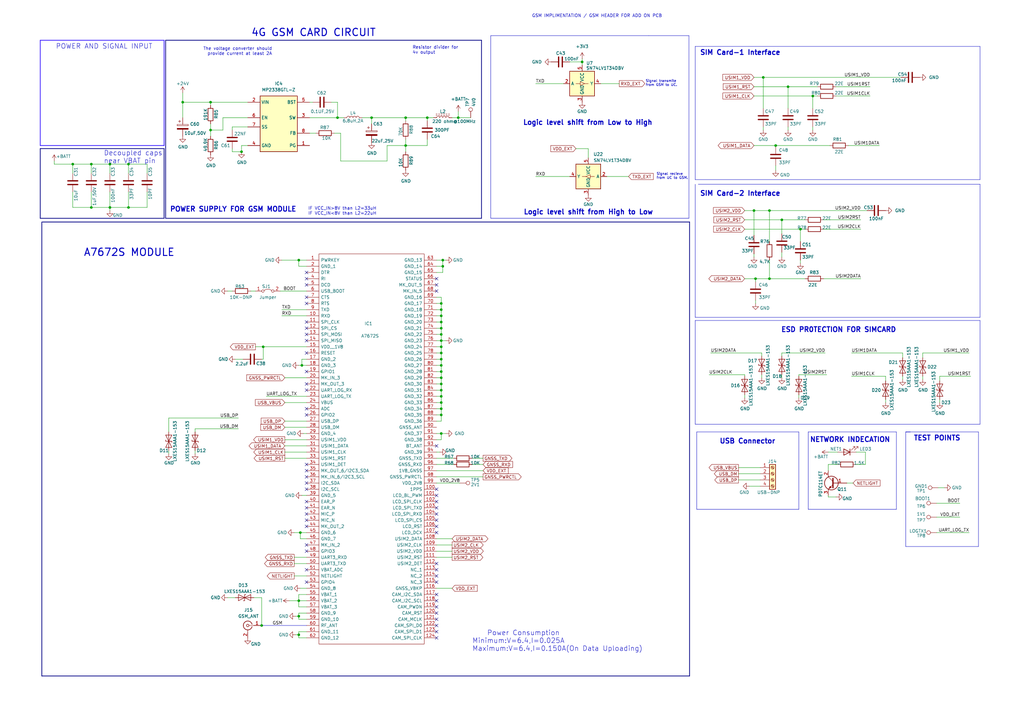
<source format=kicad_sch>
(kicad_sch (version 20231120) (generator "eeschema") (generator_version "8.0")
  (paper "A3")
  (junction (at 180.975 149.86))
  (junction (at 180.975 167.64))
  (junction (at 37.465 85.09))
  (junction (at 86.36 41.91))
  (junction (at 320.675 90.17))
  (junction (at 180.975 165.1))
  (junction (at 122.555 106.68))
  (junction (at 180.975 134.62))
  (junction (at 328.295 93.98))
  (junction (at 181.61 109.22))
  (junction (at 180.975 142.24))
  (junction (at 52.705 67.31))
  (junction (at 45.085 67.31))
  (junction (at 74.93 41.91))
  (junction (at 180.975 129.54))
  (junction (at 463.55 64.77))
  (junction (at 315.595 86.36))
  (junction (at 166.37 59.69))
  (junction (at 180.975 127))
  (junction (at 463.55 62.23))
  (junction (at 333.375 39.37))
  (junction (at 181.61 106.68))
  (junction (at 180.975 144.78))
  (junction (at 180.975 139.7))
  (junction (at 180.975 124.46))
  (junction (at 107.95 142.24))
  (junction (at 313.055 31.75))
  (junction (at 86.36 53.34))
  (junction (at 122.555 252.73))
  (junction (at 99.06 62.23))
  (junction (at 463.55 59.69))
  (junction (at 152.4 48.26))
  (junction (at 122.555 260.35))
  (junction (at 138.43 48.26))
  (junction (at 180.975 137.16))
  (junction (at 37.465 67.31))
  (junction (at 180.975 147.32))
  (junction (at 180.975 160.02))
  (junction (at 318.135 59.69))
  (junction (at 309.88 114.3))
  (junction (at 323.215 35.56))
  (junction (at 180.975 170.18))
  (junction (at 315.595 114.3))
  (junction (at 180.975 154.94))
  (junction (at 180.975 132.08))
  (junction (at 45.085 85.09))
  (junction (at 180.975 157.48))
  (junction (at 123.825 149.86))
  (junction (at 180.975 177.8))
  (junction (at 123.19 218.44))
  (junction (at 166.37 48.26))
  (junction (at 180.975 152.4))
  (junction (at 187.96 48.26))
  (junction (at 122.555 246.38))
  (junction (at 180.975 162.56))
  (junction (at 175.26 48.26))
  (junction (at 238.76 25.4))
  (junction (at 309.245 86.36))
  (junction (at 29.845 67.31))
  (junction (at 52.705 85.09))
  (junction (at 107.315 256.54))
  (no_connect (at 179.07 261.62))
  (no_connect (at 125.73 208.28))
  (no_connect (at 440.69 50.8))
  (no_connect (at 125.73 134.62))
  (no_connect (at 125.73 167.64))
  (no_connect (at 125.73 157.48))
  (no_connect (at 125.73 116.84))
  (no_connect (at 125.73 210.82))
  (no_connect (at 179.07 182.88))
  (no_connect (at 125.73 223.52))
  (no_connect (at 125.73 132.08))
  (no_connect (at 179.07 200.66))
  (no_connect (at 125.73 139.7))
  (no_connect (at 125.73 205.74))
  (no_connect (at 125.73 170.18))
  (no_connect (at 179.07 246.38))
  (no_connect (at 179.07 256.54))
  (no_connect (at 125.73 193.04))
  (no_connect (at 125.73 111.76))
  (no_connect (at 179.07 215.9))
  (no_connect (at 125.73 144.78))
  (no_connect (at 179.07 254))
  (no_connect (at 179.07 259.08))
  (no_connect (at 125.73 121.92))
  (no_connect (at 125.73 152.4))
  (no_connect (at 179.07 208.28))
  (no_connect (at 179.07 243.84))
  (no_connect (at 125.73 124.46))
  (no_connect (at 125.73 226.06))
  (no_connect (at 125.73 233.68))
  (no_connect (at 125.73 200.66))
  (no_connect (at 179.07 203.2))
  (no_connect (at 125.73 195.58))
  (no_connect (at 179.07 213.36))
  (no_connect (at 125.73 213.36))
  (no_connect (at 125.73 190.5))
  (no_connect (at 179.07 114.3))
  (no_connect (at 179.07 218.44))
  (no_connect (at 125.73 114.3))
  (no_connect (at 179.07 233.68))
  (no_connect (at 125.73 137.16))
  (no_connect (at 179.07 116.84))
  (no_connect (at 179.07 236.22))
  (no_connect (at 179.07 248.92))
  (no_connect (at 179.07 205.74))
  (no_connect (at 179.07 231.14))
  (no_connect (at 461.01 30.48))
  (no_connect (at 440.69 53.34))
  (no_connect (at 440.69 35.56))
  (no_connect (at 179.07 119.38))
  (no_connect (at 125.73 238.76))
  (no_connect (at 125.73 160.02))
  (no_connect (at 179.07 210.82))
  (no_connect (at 125.73 215.9))
  (no_connect (at 179.07 251.46))
  (no_connect (at 179.07 238.76))
  (no_connect (at 440.69 33.02))
  (no_connect (at 125.73 198.12))
  (no_connect (at 461.01 45.72))
  (wire (pts (xy 337.82 114.3) (xy 353.06 114.3)))
  (wire (pts (xy 309.88 115.57) (xy 309.88 114.3)))
  (wire (pts (xy 291.465 144.78) (xy 312.42 144.78)))
  (polyline (pts (xy 401.955 19.05) (xy 401.955 73.66)))
  (polyline (pts (xy 285.115 75.565) (xy 285.115 130.175)))
  (wire (pts (xy 463.55 57.15) (xy 463.55 59.69)))
  (polyline (pts (xy 371.475 177.165) (xy 373.38 177.165)))
  (wire (pts (xy 180.975 157.48) (xy 180.975 160.02)))
  (bus (pts (xy 16.51 60.96) (xy 16.51 89.535)))
  (wire (pts (xy 347.345 198.12) (xy 349.885 198.12)))
  (wire (pts (xy 302.895 191.77) (xy 311.785 191.77)))
  (wire (pts (xy 127 41.91) (xy 128.27 41.91)))
  (wire (pts (xy 127 54.61) (xy 129.54 54.61)))
  (wire (pts (xy 328.295 106.68) (xy 328.295 107.95)))
  (wire (pts (xy 122.555 246.38) (xy 122.555 248.92)))
  (polyline (pts (xy 282.575 14.605) (xy 282.575 89.535)))
  (wire (pts (xy 461.01 57.15) (xy 463.55 57.15)))
  (wire (pts (xy 179.07 160.02) (xy 180.975 160.02)))
  (wire (pts (xy 315.595 86.36) (xy 355.6 86.36)))
  (wire (pts (xy 318.135 59.69) (xy 340.36 59.69)))
  (polyline (pts (xy 371.475 224.155) (xy 371.475 177.165)))
  (wire (pts (xy 238.76 25.4) (xy 238.76 26.67)))
  (wire (pts (xy 320.675 153.67) (xy 320.675 154.94)))
  (wire (pts (xy 179.07 180.34) (xy 180.975 180.34)))
  (wire (pts (xy 179.07 170.18) (xy 180.975 170.18)))
  (wire (pts (xy 370.205 154.305) (xy 370.205 155.575)))
  (wire (pts (xy 320.675 90.17) (xy 320.675 95.885)))
  (wire (pts (xy 179.07 124.46) (xy 180.975 124.46)))
  (wire (pts (xy 384.175 218.44) (xy 397.51 218.44)))
  (wire (pts (xy 461.01 64.77) (xy 463.55 64.77)))
  (wire (pts (xy 180.975 167.64) (xy 180.975 170.18)))
  (wire (pts (xy 123.825 147.32) (xy 123.825 149.86)))
  (wire (pts (xy 116.84 165.1) (xy 125.73 165.1)))
  (wire (pts (xy 93.345 119.38) (xy 95.25 119.38)))
  (wire (pts (xy 175.26 57.15) (xy 175.26 59.69)))
  (wire (pts (xy 152.4 48.26) (xy 148.59 48.26)))
  (wire (pts (xy 179.07 165.1) (xy 180.975 165.1)))
  (wire (pts (xy 422.91 48.26) (xy 440.69 48.26)))
  (wire (pts (xy 80.01 175.895) (xy 97.79 175.895)))
  (wire (pts (xy 37.465 78.74) (xy 37.465 85.09)))
  (polyline (pts (xy 67.31 16.51) (xy 67.31 59.69)) (stroke (width 0.3) (type solid) (color 52 21 255 1)))
  (wire (pts (xy 122.555 254) (xy 125.73 254)))
  (wire (pts (xy 22.225 67.31) (xy 29.845 67.31)))
  (wire (pts (xy 122.555 109.22) (xy 122.555 106.68)))
  (polyline (pts (xy 367.665 177.165) (xy 367.665 208.915)))
  (wire (pts (xy 370.205 146.685) (xy 370.205 144.78)))
  (wire (pts (xy 74.93 38.1) (xy 74.93 41.91)))
  (wire (pts (xy 104.14 245.11) (xy 107.315 245.11)))
  (wire (pts (xy 309.245 35.56) (xy 323.215 35.56)))
  (wire (pts (xy 95.25 62.23) (xy 95.25 60.96)))
  (wire (pts (xy 181.61 111.76) (xy 181.61 109.22)))
  (wire (pts (xy 179.07 190.5) (xy 186.055 190.5)))
  (wire (pts (xy 124.46 177.8) (xy 125.73 177.8)))
  (wire (pts (xy 180.975 170.18) (xy 180.975 172.72)))
  (wire (pts (xy 158.75 66.04) (xy 158.75 59.69)))
  (wire (pts (xy 422.91 30.48) (xy 440.69 30.48)))
  (wire (pts (xy 107.315 147.32) (xy 107.95 147.32)))
  (wire (pts (xy 339.725 203.835) (xy 339.725 203.2)))
  (wire (pts (xy 179.07 129.54) (xy 180.975 129.54)))
  (wire (pts (xy 342.9 203.835) (xy 339.725 203.835)))
  (wire (pts (xy 123.19 220.98) (xy 123.19 218.44)))
  (wire (pts (xy 339.725 185.42) (xy 343.535 185.42)))
  (wire (pts (xy 180.975 139.7) (xy 180.975 142.24)))
  (wire (pts (xy 179.07 109.22) (xy 181.61 109.22)))
  (wire (pts (xy 122.555 246.38) (xy 125.73 246.38)))
  (wire (pts (xy 187.96 45.72) (xy 187.96 48.26)))
  (wire (pts (xy 121.285 260.35) (xy 122.555 260.35)))
  (wire (pts (xy 385.445 154.305) (xy 385.445 156.21)))
  (wire (pts (xy 309.245 59.69) (xy 318.135 59.69)))
  (wire (pts (xy 347.98 59.69) (xy 360.68 59.69)))
  (wire (pts (xy 313.055 31.75) (xy 313.055 44.45)))
  (wire (pts (xy 463.55 59.69) (xy 463.55 62.23)))
  (wire (pts (xy 422.91 40.64) (xy 440.69 40.64)))
  (wire (pts (xy 122.555 259.08) (xy 122.555 260.35)))
  (polyline (pts (xy 285.75 177.165) (xy 327.66 177.165)))
  (wire (pts (xy 320.675 103.505) (xy 320.675 105.41)))
  (wire (pts (xy 363.22 163.83) (xy 363.22 165.1)))
  (wire (pts (xy 309.245 86.36) (xy 315.595 86.36)))
  (polyline (pts (xy 67.31 59.69) (xy 16.51 59.69)) (stroke (width 0.3) (type solid) (color 52 21 255 1)))
  (wire (pts (xy 37.465 67.31) (xy 45.085 67.31)))
  (wire (pts (xy 107.315 245.11) (xy 107.315 256.54)))
  (polyline (pts (xy 371.475 177.165) (xy 401.32 177.165)))
  (polyline (pts (xy 285.115 19.05) (xy 285.115 73.66)))
  (wire (pts (xy 139.7 66.04) (xy 158.75 66.04)))
  (polyline (pts (xy 331.47 177.165) (xy 331.47 208.915)))
  (wire (pts (xy 179.07 167.64) (xy 180.975 167.64)))
  (wire (pts (xy 120.65 228.6) (xy 125.73 228.6)))
  (wire (pts (xy 181.61 109.22) (xy 181.61 106.68)))
  (polyline (pts (xy 201.295 14.605) (xy 266.065 14.605)))
  (wire (pts (xy 107.95 142.24) (xy 107.95 147.32)))
  (wire (pts (xy 80.01 184.785) (xy 80.01 186.055)))
  (wire (pts (xy 86.36 41.91) (xy 101.6 41.91)))
  (wire (pts (xy 102.87 119.38) (xy 104.775 119.38)))
  (wire (pts (xy 80.01 175.895) (xy 80.01 177.165)))
  (wire (pts (xy 422.91 55.88) (xy 440.69 55.88)))
  (wire (pts (xy 137.16 54.61) (xy 139.7 54.61)))
  (bus (pts (xy 282.829 91.059) (xy 282.829 277.241)))
  (wire (pts (xy 349.25 144.78) (xy 370.205 144.78)))
  (wire (pts (xy 179.07 154.94) (xy 180.975 154.94)))
  (wire (pts (xy 327.66 161.925) (xy 327.66 163.195)))
  (polyline (pts (xy 285.115 131.445) (xy 285.115 173.99)))
  (polyline (pts (xy 327.66 208.915) (xy 285.75 208.915)))
  (polyline (pts (xy 367.665 177.165) (xy 331.47 177.165)))
  (wire (pts (xy 335.28 35.56) (xy 323.215 35.56)))
  (wire (pts (xy 96.52 147.32) (xy 99.695 147.32)))
  (wire (pts (xy 116.84 154.94) (xy 125.73 154.94)))
  (wire (pts (xy 96.52 245.11) (xy 93.345 245.11)))
  (polyline (pts (xy 401.955 73.66) (xy 285.115 73.66)))
  (wire (pts (xy 333.375 39.37) (xy 335.28 39.37)))
  (wire (pts (xy 342.9 35.56) (xy 356.87 35.56)))
  (wire (pts (xy 233.68 25.4) (xy 238.76 25.4)))
  (wire (pts (xy 180.975 144.78) (xy 180.975 147.32)))
  (wire (pts (xy 91.44 48.26) (xy 91.44 53.34)))
  (wire (pts (xy 122.555 248.92) (xy 125.73 248.92)))
  (wire (pts (xy 238.76 24.13) (xy 238.76 25.4)))
  (wire (pts (xy 343.535 190.5) (xy 339.725 190.5)))
  (wire (pts (xy 248.92 72.39) (xy 257.81 72.39)))
  (wire (pts (xy 116.84 182.88) (xy 125.73 182.88)))
  (wire (pts (xy 309.88 123.19) (xy 309.88 124.46)))
  (wire (pts (xy 122.555 260.35) (xy 122.555 261.62)))
  (wire (pts (xy 193.675 190.5) (xy 198.12 190.5)))
  (wire (pts (xy 181.61 106.68) (xy 182.88 106.68)))
  (wire (pts (xy 60.325 71.12) (xy 60.325 67.31)))
  (wire (pts (xy 302.895 196.85) (xy 311.785 196.85)))
  (bus (pts (xy 197.485 89.535) (xy 67.945 89.535)))
  (wire (pts (xy 180.975 139.7) (xy 182.88 139.7)))
  (wire (pts (xy 354.965 185.42) (xy 354.965 190.5)))
  (wire (pts (xy 179.07 223.52) (xy 185.42 223.52)))
  (wire (pts (xy 349.25 154.305) (xy 363.22 154.305)))
  (wire (pts (xy 422.91 58.42) (xy 440.69 58.42)))
  (wire (pts (xy 123.19 241.3) (xy 125.73 241.3)))
  (bus (pts (xy 67.945 16.51) (xy 67.945 89.535)))
  (wire (pts (xy 125.73 220.98) (xy 123.19 220.98)))
  (wire (pts (xy 378.46 154.305) (xy 378.46 155.575)))
  (wire (pts (xy 193.675 187.96) (xy 198.12 187.96)))
  (wire (pts (xy 45.085 85.09) (xy 45.085 86.36)))
  (polyline (pts (xy 286.385 75.565) (xy 401.955 75.565)))
  (polyline (pts (xy 401.955 75.565) (xy 401.955 130.175)))
  (wire (pts (xy 116.84 185.42) (xy 125.73 185.42)))
  (wire (pts (xy 384.81 200.025) (xy 387.35 200.025)))
  (wire (pts (xy 179.07 185.42) (xy 180.34 185.42)))
  (bus (pts (xy 17.145 91.059) (xy 17.145 277.241)))
  (wire (pts (xy 333.375 52.07) (xy 333.375 53.34)))
  (wire (pts (xy 290.83 153.67) (xy 305.435 153.67)))
  (polyline (pts (xy 367.665 208.915) (xy 331.47 208.915)))
  (bus (pts (xy 16.51 60.96) (xy 67.31 60.96)))
  (wire (pts (xy 125.73 243.84) (xy 122.555 243.84)))
  (wire (pts (xy 69.215 184.785) (xy 69.215 186.055)))
  (wire (pts (xy 313.055 31.75) (xy 369.57 31.75)))
  (wire (pts (xy 138.43 48.26) (xy 140.97 48.26)))
  (wire (pts (xy 175.26 49.53) (xy 175.26 48.26)))
  (wire (pts (xy 125.73 109.22) (xy 122.555 109.22)))
  (wire (pts (xy 180.975 132.08) (xy 180.975 134.62)))
  (wire (pts (xy 422.91 38.1) (xy 440.69 38.1)))
  (wire (pts (xy 333.375 39.37) (xy 333.375 44.45)))
  (wire (pts (xy 463.55 62.23) (xy 463.55 64.77)))
  (wire (pts (xy 315.595 99.06) (xy 315.595 86.36)))
  (wire (pts (xy 309.245 86.36) (xy 309.245 96.52)))
  (wire (pts (xy 318.135 60.325) (xy 318.135 59.69)))
  (wire (pts (xy 351.155 185.42) (xy 354.965 185.42)))
  (wire (pts (xy 91.44 53.34) (xy 86.36 53.34)))
  (wire (pts (xy 318.135 67.945) (xy 318.135 69.85)))
  (wire (pts (xy 116.84 187.96) (xy 125.73 187.96)))
  (wire (pts (xy 45.085 78.74) (xy 45.085 85.09)))
  (wire (pts (xy 320.675 144.78) (xy 320.675 146.05)))
  (wire (pts (xy 305.435 93.98) (xy 328.295 93.98)))
  (wire (pts (xy 179.07 226.06) (xy 185.42 226.06)))
  (wire (pts (xy 179.07 147.32) (xy 180.975 147.32)))
  (wire (pts (xy 52.705 71.12) (xy 52.705 67.31)))
  (wire (pts (xy 180.975 177.8) (xy 180.975 180.34)))
  (wire (pts (xy 60.325 78.74) (xy 60.325 85.09)))
  (wire (pts (xy 101.6 59.69) (xy 99.06 59.69)))
  (wire (pts (xy 180.975 177.8) (xy 182.88 177.8)))
  (wire (pts (xy 29.845 71.12) (xy 29.845 67.31)))
  (wire (pts (xy 180.975 124.46) (xy 180.975 127)))
  (wire (pts (xy 122.555 261.62) (xy 125.73 261.62)))
  (wire (pts (xy 180.975 165.1) (xy 180.975 167.64)))
  (polyline (pts (xy 401.32 177.165) (xy 401.32 224.155)))
  (wire (pts (xy 342.9 39.37) (xy 356.87 39.37)))
  (polyline (pts (xy 285.115 19.05) (xy 401.955 19.05)))
  (wire (pts (xy 52.705 85.09) (xy 60.325 85.09)))
  (wire (pts (xy 179.07 157.48) (xy 180.975 157.48)))
  (wire (pts (xy 180.975 134.62) (xy 180.975 137.16)))
  (wire (pts (xy 114.935 119.38) (xy 125.73 119.38)))
  (wire (pts (xy 312.42 153.67) (xy 312.42 154.94)))
  (wire (pts (xy 123.19 218.44) (xy 125.73 218.44)))
  (bus (pts (xy 197.485 16.51) (xy 197.485 89.535)))
  (wire (pts (xy 107.315 256.54) (xy 125.73 256.54)) (stroke (width 0) (color 0 0 194 1)))
  (wire (pts (xy 180.975 121.92) (xy 180.975 124.46)))
  (wire (pts (xy 180.975 137.16) (xy 180.975 139.7)))
  (wire (pts (xy 37.465 85.09) (xy 45.085 85.09)))
  (polyline (pts (xy 401.32 224.155) (xy 371.475 224.155)))
  (wire (pts (xy 219.71 72.39) (xy 233.68 72.39)))
  (wire (pts (xy 125.73 251.46) (xy 122.555 251.46)))
  (wire (pts (xy 180.975 127) (xy 180.975 129.54)))
  (wire (pts (xy 179.07 134.62) (xy 180.975 134.62)))
  (wire (pts (xy 179.07 127) (xy 180.975 127)))
  (wire (pts (xy 99.06 59.69) (xy 99.06 62.23)))
  (wire (pts (xy 185.42 48.26) (xy 187.96 48.26)))
  (wire (pts (xy 106.68 256.54) (xy 107.315 256.54)) (stroke (width 0) (color 0 0 194 1)))
  (wire (pts (xy 69.215 171.45) (xy 69.215 177.165)))
  (wire (pts (xy 309.245 104.14) (xy 309.245 105.41)))
  (wire (pts (xy 152.4 50.8) (xy 152.4 48.26)))
  (wire (pts (xy 95.25 53.34) (xy 95.25 52.07)))
  (wire (pts (xy 45.085 71.12) (xy 45.085 67.31)))
  (wire (pts (xy 74.93 41.91) (xy 86.36 41.91)))
  (wire (pts (xy 378.46 144.78) (xy 397.51 144.78)))
  (polyline (pts (xy 266.065 14.605) (xy 282.575 14.605)))
  (wire (pts (xy 339.725 190.5) (xy 339.725 193.04)))
  (wire (pts (xy 121.285 252.73) (xy 122.555 252.73)))
  (wire (pts (xy 74.93 41.91) (xy 74.93 48.26)))
  (wire (pts (xy 125.73 259.08) (xy 122.555 259.08)))
  (wire (pts (xy 120.65 231.14) (xy 125.73 231.14)))
  (wire (pts (xy 52.705 67.31) (xy 60.325 67.31)))
  (wire (pts (xy 179.07 195.58) (xy 198.12 195.58)))
  (wire (pts (xy 125.73 147.32) (xy 123.825 147.32)))
  (wire (pts (xy 309.245 31.75) (xy 313.055 31.75)))
  (wire (pts (xy 315.595 114.3) (xy 330.2 114.3)))
  (wire (pts (xy 179.07 106.68) (xy 181.61 106.68)))
  (wire (pts (xy 180.975 129.54) (xy 180.975 132.08)))
  (wire (pts (xy 29.845 78.74) (xy 29.845 85.09)))
  (wire (pts (xy 323.215 35.56) (xy 323.215 44.45)))
  (wire (pts (xy 323.215 52.07) (xy 323.215 53.34)))
  (wire (pts (xy 125.73 203.2) (xy 123.825 203.2)))
  (wire (pts (xy 385.445 154.305) (xy 398.145 154.305)))
  (wire (pts (xy 179.07 152.4) (xy 180.975 152.4)))
  (wire (pts (xy 122.555 106.68) (xy 125.73 106.68)))
  (wire (pts (xy 246.38 34.29) (xy 254 34.29)))
  (polyline (pts (xy 327.66 177.165) (xy 327.66 208.915)))
  (wire (pts (xy 179.07 144.78) (xy 180.975 144.78)))
  (wire (pts (xy 120.65 236.22) (xy 125.73 236.22)))
  (wire (pts (xy 122.555 251.46) (xy 122.555 252.73)))
  (wire (pts (xy 328.295 93.98) (xy 328.295 99.06)))
  (wire (pts (xy 180.975 149.86) (xy 180.975 152.4)))
  (wire (pts (xy 179.07 137.16) (xy 180.975 137.16)))
  (wire (pts (xy 116.84 175.26) (xy 125.73 175.26)))
  (wire (pts (xy 363.22 154.305) (xy 363.22 156.21)))
  (wire (pts (xy 118.745 246.38) (xy 122.555 246.38)))
  (wire (pts (xy 180.975 147.32) (xy 180.975 149.86)))
  (wire (pts (xy 158.75 59.69) (xy 166.37 59.69)))
  (wire (pts (xy 313.055 52.07) (xy 313.055 53.34)))
  (wire (pts (xy 328.295 93.98) (xy 330.2 93.98)))
  (wire (pts (xy 236.22 60.96) (xy 241.3 60.96)))
  (wire (pts (xy 29.845 67.31) (xy 37.465 67.31)))
  (wire (pts (xy 179.07 198.12) (xy 188.595 198.12)))
  (wire (pts (xy 166.37 57.15) (xy 166.37 59.69)))
  (polyline (pts (xy 401.955 131.445) (xy 285.115 131.445)))
  (wire (pts (xy 351.155 190.5) (xy 354.965 190.5)))
  (wire (pts (xy 179.07 142.24) (xy 180.975 142.24)))
  (wire (pts (xy 309.88 114.3) (xy 315.595 114.3)))
  (wire (pts (xy 305.435 86.36) (xy 309.245 86.36)))
  (wire (pts (xy 305.435 114.3) (xy 309.88 114.3)))
  (wire (pts (xy 99.06 62.23) (xy 95.25 62.23)))
  (wire (pts (xy 384.175 212.09) (xy 393.7 212.09)))
  (wire (pts (xy 120.65 218.44) (xy 123.19 218.44)))
  (wire (pts (xy 123.825 149.86) (xy 125.73 149.86)))
  (bus (pts (xy 67.31 60.96) (xy 67.31 89.535)))
  (wire (pts (xy 180.975 160.02) (xy 180.975 162.56)))
  (wire (pts (xy 138.43 41.91) (xy 138.43 48.26)))
  (bus (pts (xy 282.829 277.241) (xy 17.145 277.241)))
  (wire (pts (xy 86.36 43.18) (xy 86.36 41.91)))
  (wire (pts (xy 45.085 67.31) (xy 52.705 67.31)))
  (polyline (pts (xy 401.955 130.175) (xy 285.115 130.175)))
  (wire (pts (xy 179.07 228.6) (xy 185.42 228.6)))
  (wire (pts (xy 385.445 163.83) (xy 385.445 165.1)))
  (wire (pts (xy 461.01 33.02) (xy 478.79 33.02)))
  (wire (pts (xy 175.26 59.69) (xy 166.37 59.69)))
  (wire (pts (xy 179.07 177.8) (xy 180.975 177.8)))
  (wire (pts (xy 175.26 48.26) (xy 166.37 48.26)))
  (wire (pts (xy 135.89 41.91) (xy 138.43 41.91)))
  (wire (pts (xy 179.07 187.96) (xy 186.055 187.96)))
  (wire (pts (xy 29.845 85.09) (xy 37.465 85.09)))
  (wire (pts (xy 305.435 90.17) (xy 320.675 90.17)))
  (wire (pts (xy 241.3 60.96) (xy 241.3 64.77)))
  (wire (pts (xy 101.6 48.26) (xy 91.44 48.26)))
  (wire (pts (xy 179.07 241.3) (xy 185.42 241.3)))
  (wire (pts (xy 122.555 252.73) (xy 122.555 254)))
  (wire (pts (xy 52.705 78.74) (xy 52.705 85.09)))
  (wire (pts (xy 461.01 48.26) (xy 478.79 48.26)))
  (wire (pts (xy 86.36 53.34) (xy 86.36 55.88)))
  (wire (pts (xy 116.84 180.34) (xy 125.73 180.34)))
  (wire (pts (xy 166.37 59.69) (xy 166.37 62.23)))
  (wire (pts (xy 122.555 149.86) (xy 123.825 149.86)))
  (wire (pts (xy 115.57 106.68) (xy 122.555 106.68)))
  (wire (pts (xy 86.36 50.8) (xy 86.36 53.34)))
  (wire (pts (xy 37.465 71.12) (xy 37.465 67.31)))
  (wire (pts (xy 122.555 243.84) (xy 122.555 246.38)))
  (wire (pts (xy 179.07 139.7) (xy 180.975 139.7)))
  (wire (pts (xy 139.7 54.61) (xy 139.7 66.04)))
  (polyline (pts (xy 16.51 16.51) (xy 16.51 59.69)) (stroke (width 0.3) (type solid) (color 52 21 255 1)))
  (wire (pts (xy 463.55 64.77) (xy 464.82 64.77)))
  (wire (pts (xy 109.22 162.56) (xy 125.73 162.56)))
  (wire (pts (xy 179.07 121.92) (xy 180.975 121.92)))
  (polyline (pts (xy 282.575 89.535) (xy 201.295 89.535)))
  (wire (pts (xy 309.245 39.37) (xy 333.375 39.37)))
  (wire (pts (xy 179.07 111.76) (xy 181.61 111.76)))
  (polyline (pts (xy 285.75 177.165) (xy 285.75 208.915)))
  (polyline (pts (xy 401.955 173.99) (xy 285.115 173.99)))
  (wire (pts (xy 219.71 34.29) (xy 231.14 34.29)))
  (wire (pts (xy 312.42 144.78) (xy 312.42 146.05)))
  (wire (pts (xy 180.975 162.56) (xy 180.975 165.1)))
  (wire (pts (xy 115.57 127) (xy 125.73 127)))
  (polyline (pts (xy 201.295 89.535) (xy 201.295 14.605)))
  (wire (pts (xy 180.975 142.24) (xy 180.975 144.78)))
  (wire (pts (xy 307.34 199.39) (xy 311.785 199.39)))
  (wire (pts (xy 179.07 162.56) (xy 180.975 162.56)))
  (wire (pts (xy 107.95 142.24) (xy 125.73 142.24)))
  (bus (pts (xy 67.31 89.535) (xy 16.51 89.535)))
  (wire (pts (xy 180.975 152.4) (xy 180.975 154.94)))
  (wire (pts (xy 69.215 171.45) (xy 97.79 171.45)))
  (wire (pts (xy 378.46 146.685) (xy 378.46 144.78)))
  (wire (pts (xy 152.4 48.26) (xy 166.37 48.26)))
  (bus (pts (xy 17.399 91.059) (xy 282.829 91.059)))
  (wire (pts (xy 116.84 172.72) (xy 125.73 172.72)))
  (wire (pts (xy 22.225 66.04) (xy 22.225 67.31)))
  (wire (pts (xy 327.66 154.305) (xy 327.66 153.67)))
  (wire (pts (xy 45.085 85.09) (xy 52.705 85.09)))
  (wire (pts (xy 337.82 90.17) (xy 353.06 90.17)))
  (wire (pts (xy 115.57 129.54) (xy 125.73 129.54)))
  (wire (pts (xy 302.895 194.31) (xy 311.785 194.31)))
  (bus (pts (xy 67.945 16.51) (xy 197.485 16.51)))
  (wire (pts (xy 315.595 106.68) (xy 315.595 114.3)))
  (wire (pts (xy 330.2 90.17) (xy 320.675 90.17)))
  (wire (pts (xy 180.975 154.94) (xy 180.975 157.48)))
  (wire (pts (xy 180.975 172.72) (xy 179.07 172.72)))
  (wire (pts (xy 305.435 154.305) (xy 305.435 153.67)))
  (wire (pts (xy 187.96 48.26) (xy 193.04 48.26)))
  (wire (pts (xy 461.01 59.69) (xy 463.55 59.69)))
  (wire (pts (xy 179.07 132.08) (xy 180.975 132.08)))
  (wire (pts (xy 166.37 49.53) (xy 166.37 48.26)))
  (wire (pts (xy 305.435 161.925) (xy 305.435 163.195)))
  (wire (pts (xy 461.01 62.23) (xy 463.55 62.23)))
  (wire (pts (xy 127 48.26) (xy 138.43 48.26)))
  (polyline (pts (xy 401.955 131.445) (xy 401.955 173.99)))
  (wire (pts (xy 327.66 153.67) (xy 339.09 153.67)))
  (wire (pts (xy 179.07 193.04) (xy 198.12 193.04)))
  (wire (pts (xy 179.07 220.98) (xy 185.42 220.98)))
  (wire (pts (xy 384.175 206.375) (xy 393.7 206.375)))
  (wire (pts (xy 179.07 149.86) (xy 180.975 149.86)))
  (wire (pts (xy 337.82 93.98) (xy 353.06 93.98)))
  (wire (pts (xy 320.675 144.78) (xy 338.455 144.78)))
  (wire (pts (xy 104.775 142.24) (xy 107.95 142.24)))
  (wire (pts (xy 175.26 48.26) (xy 177.8 48.26)))
  (polyline (pts (xy 67.31 16.51) (xy 16.51 16.51)) (stroke (width 0.3) (type solid) (color 52 21 255 1)))
  (wire (pts (xy 95.25 52.07) (xy 101.6 52.07)))
  (text "NETWORK INDECATION" (at 332.105 181.61 0) (effects (font (size 2 2) (thickness 0.4) (bold yes)) (justify left bottom)))
  (text "TEST POINTS" (at 374.65 180.975 0) (effects (font (size 2 2) (thickness 0.4) (bold yes)) (justify left bottom)))
  (text "ESD PR0TECTION FOR SIMCARD" (at 367.665 136.525 0) (effects (font (size 2 2) (thickness 0.4) (bold yes)) (justify right bottom)))
  (text "Logic level shift from High to Low" (at 267.97 88.265 0) (effects (font (size 2 2) (thickness 0.4) (bold yes)) (justify right bottom)))
  (text "4G GSM CARD CIRCUIT" (at 154.305 15.24 0) (effects (font (size 3 3) (thickness 0.4) (bold yes)) (justify right bottom)))
  (text "SIM Card-2 Interface" (at 287.02 80.645 0) (effects (font (size 2 2) (thickness 0.4) (bold yes)) (justify left bottom)))
  (text "Signal transmite\nfrom GSM to UC." (at 264.795 35.56 0) (effects (font (size 1 1)) (justify left bottom)))
  (text "Logic level shift from Low to High" (at 267.716 51.562 0) (effects (font (size 2 2) (thickness 0.4) (bold yes)) (justify right bottom)))
  (text "A7672S MODULE" (at 71.755 105.41 0) (effects (font (size 3 3) (thickness 0.4) (bold yes)) (justify right bottom)))
  (text "The voltage converter should\nprovide current at least 2A" (at 111.633 22.86 0) (effects (font (size 1.27 1.27)) (justify right bottom)))
  (text "Resistor divider for \n4v output" (at 169.164 22.352 0) (effects (font (size 1.27 1.27)) (justify left bottom)))
  (text "POWER SUPPLY FOR GSM MODULE" (at 121.666 87.122 0) (effects (font (size 2 2) (thickness 0.4) (bold yes)) (justify right bottom)))
  (text "Signal recieve\nfrom UC to GSM." (at 269.24 73.66 0) (effects (font (size 1 1)) (justify left bottom)))
  (text "GSM IMPLIMENTATION / GSM HEADER FOR ADD ON PCB" (at 244.856 6.604 0) (effects (font (size 1.27 1.27))))
  (text "    Power Consumption\nMinimum:V=6.4,I=0.025A\nMaximum:V=6.4,I=0.150A(On Data Uploading)" (at 193.675 267.335 0) (effects (font (size 2 2)) (justify left bottom)))
  (text "IF VCC_IN>8V than L2=33uH\nIF VCC_IN<8V than L2=22uH" (at 154.432 88.392 0) (effects (font (size 1.27 1.27)) (justify right bottom)))
  (text "POWER AND SIGNAL INPUT" (at 22.86 20.32 0) (effects (font (size 2 2)) (justify left bottom)))
  (text "Decoupled caps\nnear VBAT pin" (at 42.545 67.31 0) (effects (font (size 2 2)) (justify left bottom)))
  (text "SIM Card-1 Interface" (at 287.02 22.86 0) (effects (font (size 2 2) (thickness 0.4) (bold yes)) (justify left bottom)))
  (text "USB Connector" (at 318.135 182.245 0) (effects (font (size 2 2) (thickness 0.4) (bold yes)) (justify right bottom)))
  (label "USIM1DATA" (at 349.25 144.78 0))
  (label "USIM1DATA" (at 422.91 40.64 0))
  (label "USIM2RST" (at 339.09 153.67 180))
  (label "USIM1CLK" (at 422.91 38.1 0))
  (label "USIM1RST" (at 422.91 30.48 0))
  (label "USIM2DATA" (at 422.91 58.42 0))
  (label "USIM2_VDD" (at 353.06 86.36 180))
  (label "GSM" (at 111.76 256.54 0))
  (label "USIM2DATA" (at 291.465 144.78 0))
  (label "RXD" (at 115.57 129.54 0))
  (label "USIM1_VDD" (at 397.51 144.78 180))
  (label "VDD_2V8" (at 180.34 198.12 0))
  (label "BOOT" (at 116.205 119.38 0))
  (label "BOOT" (at 393.7 206.375 180))
  (label "USIM2_VDD" (at 338.455 144.78 180))
  (label "VDD_EXT" (at 393.7 212.09 180))
  (label "USIM1DATA" (at 360.68 59.69 180))
  (label "USIM1RST" (at 398.145 154.305 180))
  (label "RXD" (at 219.71 72.39 0))
  (label "UART_LOG_TX" (at 397.51 218.44 180))
  (label "USIM2RST" (at 422.91 48.26 0))
  (label "USIM2CLK" (at 353.06 93.98 180))
  (label "TXD" (at 219.71 34.29 0))
  (label "USIM1RST" (at 356.87 35.56 180))
  (label "USIM2RST" (at 353.06 90.17 180))
  (label "USIM2CLK" (at 290.83 153.67 0))
  (label "USIM1CLK" (at 349.25 154.305 0))
  (label "USIM2CLK" (at 422.91 55.88 0))
  (label "USB_DM" (at 97.79 175.895 180))
  (label "USB_DP" (at 97.79 171.45 180))
  (label "USIM2_VDD" (at 478.79 48.26 180))
  (label "USIM1_VDD" (at 478.79 33.02 180))
  (label "USIM1_VDD" (at 356.87 31.75 180))
  (label "UART_LOG_TX" (at 109.22 162.56 0))
  (label "USIM1CLK" (at 356.87 39.37 180))
  (label "TXD" (at 115.57 127 0))
  (label "USIM2DATA" (at 353.06 114.3 180))
  (global_label "RXD_EXT" (shape output) (at 254 34.29 0) (property "Intersheetrefs" "${INTERSHEET_REFS}" (effects (hide yes))))
  (global_label "USIM1_CLK" (shape input) (at 309.245 39.37 180) (property "Intersheetrefs" "${INTERSHEET_REFS}" (effects (hide yes))))
  (global_label "USB_DM" (shape output) (at 302.895 194.31 180) (property "Intersheetrefs" "${INTERSHEET_REFS}" (effects (hide yes))))
  (global_label "USB_DM" (shape input) (at 116.84 175.26 180) (property "Intersheetrefs" "${INTERSHEET_REFS}" (effects (hide yes))))
  (global_label "USIM2_DATA" (shape bidirectional) (at 185.42 220.98 0) (property "Intersheetrefs" "${INTERSHEET_REFS}" (effects (hide yes))))
  (global_label "USIM1_VDD" (shape input) (at 309.245 31.75 180) (property "Intersheetrefs" "${INTERSHEET_REFS}" (effects (hide yes))))
  (global_label "USB_VBUS" (shape input) (at 116.84 165.1 180) (property "Intersheetrefs" "${INTERSHEET_REFS}" (effects (hide yes))))
  (global_label "USIM1_RST" (shape input) (at 309.245 35.56 180) (property "Intersheetrefs" "${INTERSHEET_REFS}" (effects (hide yes))))
  (global_label "USB_DP" (shape output) (at 302.895 196.85 180) (property "Intersheetrefs" "${INTERSHEET_REFS}" (effects (hide yes))))
  (global_label "USIM2_VDD" (shape output) (at 185.42 226.06 0) (property "Intersheetrefs" "${INTERSHEET_REFS}" (effects (hide yes))))
  (global_label "USB_DP" (shape input) (at 116.84 172.72 180) (property "Intersheetrefs" "${INTERSHEET_REFS}" (effects (hide yes))))
  (global_label "USB_VBUS" (shape output) (at 302.895 191.77 180) (property "Intersheetrefs" "${INTERSHEET_REFS}" (effects (hide yes))))
  (global_label "USIM2_RST" (shape output) (at 185.42 228.6 0) (property "Intersheetrefs" "${INTERSHEET_REFS}" (effects (hide yes))))
  (global_label "USIM1_DATA" (shape bidirectional) (at 116.84 182.88 180) (property "Intersheetrefs" "${INTERSHEET_REFS}" (effects (hide yes))))
  (global_label "NETLIGHT" (shape output) (at 120.65 236.22 180) (property "Intersheetrefs" "${INTERSHEET_REFS}" (effects (hide yes))))
  (global_label "USIM2_VDD" (shape input) (at 305.435 86.36 180) (property "Intersheetrefs" "${INTERSHEET_REFS}" (effects (hide yes))))
  (global_label "VDD_EXT" (shape input) (at 236.22 60.96 180) (property "Intersheetrefs" "${INTERSHEET_REFS}" (effects (hide yes))))
  (global_label "GNSS_TXD" (shape output) (at 120.65 228.6 180) (property "Intersheetrefs" "${INTERSHEET_REFS}" (effects (hide yes))))
  (global_label "USIM2_CLK" (shape output) (at 185.42 223.52 0) (property "Intersheetrefs" "${INTERSHEET_REFS}" (effects (hide yes))))
  (global_label "USIM2_RST" (shape input) (at 305.435 90.17 180) (property "Intersheetrefs" "${INTERSHEET_REFS}" (effects (hide yes))))
  (global_label "GNSS_TXD" (shape output) (at 198.12 187.96 0) (property "Intersheetrefs" "${INTERSHEET_REFS}" (effects (hide yes))))
  (global_label "VDD_EXT" (shape input) (at 198.12 193.04 0) (property "Intersheetrefs" "${INTERSHEET_REFS}" (effects (hide yes))))
  (global_label "GNSS_RXD" (shape output) (at 120.65 231.14 180) (property "Intersheetrefs" "${INTERSHEET_REFS}" (effects (hide yes))))
  (global_label "USIM2_CLK" (shape input) (at 305.435 93.98 180) (property "Intersheetrefs" "${INTERSHEET_REFS}" (effects (hide yes))))
  (global_label "TXD_EXT" (shape input) (at 257.81 72.39 0) (property "Intersheetrefs" "${INTERSHEET_REFS}" (effects (hide yes))))
  (global_label "USIM1_VDD" (shape output) (at 116.84 180.34 180) (property "Intersheetrefs" "${INTERSHEET_REFS}" (effects (hide yes))))
  (global_label "NETLIGHT" (shape input) (at 349.885 198.12 0) (property "Intersheetrefs" "${INTERSHEET_REFS}" (effects (hide yes))))
  (global_label "GNSS_RXD" (shape input) (at 198.12 190.5 0) (property "Intersheetrefs" "${INTERSHEET_REFS}" (effects (hide yes))))
  (global_label "USIM1_DATA" (shape bidirectional) (at 309.245 59.69 180) (property "Intersheetrefs" "${INTERSHEET_REFS}" (effects (hide yes))))
  (global_label "VDD_EXT" (shape output) (at 104.775 142.24 180) (property "Intersheetrefs" "${INTERSHEET_REFS}" (effects (hide yes))))
  (global_label "GNSS_PWRCTL" (shape input) (at 116.84 154.94 180) (property "Intersheetrefs" "${INTERSHEET_REFS}" (effects (hide yes))))
  (global_label "USIM2_DATA" (shape bidirectional) (at 305.435 114.3 180) (property "Intersheetrefs" "${INTERSHEET_REFS}" (effects (hide yes))))
  (global_label "GNSS_PWRCTL" (shape output) (at 198.12 195.58 0) (property "Intersheetrefs" "${INTERSHEET_REFS}" (effects (hide yes))))
  (global_label "VDD_EXT" (shape input) (at 185.42 241.3 0) (property "Intersheetrefs" "${INTERSHEET_REFS}" (effects (hide yes))))
  (global_label "USIM1_RST" (shape output) (at 116.84 187.96 180) (property "Intersheetrefs" "${INTERSHEET_REFS}" (effects (hide yes))))
  (global_label "USIM1_CLK" (shape output) (at 116.84 185.42 180) (property "Intersheetrefs" "${INTERSHEET_REFS}" (effects (hide yes))))
  (symbol (lib_id "Device:R") (at 334.01 114.3 90) (unit 1)
    (property "Reference" "R83" (at 335.915 111.76 90) (effects (justify left)))
    (property "Value" "22E" (at 335.28 116.84 90) (effects (justify left)))
    (property "Footprint" "Resistor_SMD:R_0805_2012Metric" (effects (hide yes)))
  )
  (symbol (lib_id "power:GND") (at 166.37 69.85 0) (unit 1)
    (property "Reference" "#PWR0215" (effects (hide yes)))
    (property "Value" "GND" (at 166.497 74.2442 0))
  )
  (symbol (lib_id "Device:R") (at 86.36 46.99 0) (unit 1)
    (property "Reference" "R85" (at 88.646 48.768 90) (effects (justify left)))
    (property "Value" "191K" (at 84.328 49.53 90) (effects (justify left)))
    (property "Footprint" "Resistor_SMD:R_0805_2012Metric_Pad1.20x1.40mm_HandSolder" (effects (hide yes)))
  )
  (symbol (lib_id "Connector:Conn_Coaxial") (at 101.6 256.54 0) (mirror y) (unit 1)
    (property "Reference" "J15" (at 101.9174 250.19 0))
    (property "Value" "GSM_ANT" (at 101.9174 252.73 0))
    (property "Footprint" "Connector_Coaxial:SMA_Amphenol_901-144_Vertical" (effects (hide yes)))
    (property "Datasheet" " ~" (effects (hide yes)))
    (property "Description" "coaxial connector (BNC, SMA, SMB, SMC, Cinch/RCA, LEMO, ...)" (effects (hide yes)))
  )
  (symbol (lib_id "Device:R") (at 344.17 59.69 90) (unit 1)
    (property "Reference" "R81" (at 345.44 57.15 90) (effects (justify left)))
    (property "Value" "22E" (at 346.075 62.23 90) (effects (justify left)))
    (property "Footprint" "Resistor_SMD:R_0805_2012Metric" (effects (hide yes)))
  )
  (symbol (lib_id "Device:C") (at 318.135 64.135 0) (unit 1)
    (property "Reference" "C48" (at 319.405 61.595 0) (effects (justify left)))
    (property "Value" "33PF" (at 319.405 66.675 0) (effects (justify left)))
    (property "Footprint" "Capacitor_SMD:C_0805_2012Metric" (effects (hide yes)))
  )
  (symbol (lib_id "power:GND") (at 328.295 107.95 0) (unit 1)
    (property "Reference" "#PWR0186" (effects (hide yes)))
    (property "Value" "GND" (at 328.295 111.76 0))
  )
  (symbol (lib_id "power:GND") (at 96.52 147.32 270) (unit 1)
    (property "Reference" "#PWR0148" (effects (hide yes)))
    (property "Value" "GND" (at 89.535 147.32 90) (effects (justify left)))
  )
  (symbol (lib_id "Device:C") (at 323.215 48.26 0) (unit 1)
    (property "Reference" "C49" (at 323.85 45.72 0) (effects (justify left)))
    (property "Value" "33PF" (at 323.85 50.8 0) (effects (justify left)))
    (property "Footprint" "Capacitor_SMD:C_0805_2012Metric" (effects (hide yes)))
  )
  (symbol (lib_id "power:GND") (at 123.825 203.2 270) (unit 1)
    (property "Reference" "#PWR0159" (effects (hide yes)))
    (property "Value" "GND" (at 116.84 203.2 90) (effects (justify left)))
  )
  (symbol (lib_id "power:GND") (at 86.36 63.5 0) (unit 1)
    (property "Reference" "#PWR0211" (effects (hide yes)))
    (property "Value" "GND" (at 86.487 67.8942 0))
  )
  (symbol (lib_id "Device:LED") (at 347.345 185.42 180) (unit 1)
    (property "Reference" "NET1" (at 342.9 184.15 0))
    (property "Value" "LED3" (at 354.965 184.15 0))
    (property "Footprint" "LED_SMD:LED_0805_2012Metric_Pad1.15x1.40mm_HandSolder" (effects (hide yes)))
  )
  (symbol (lib_id "power:GND") (at 387.35 200.025 90) (unit 1)
    (property "Reference" "#PWR0196" (effects (hide yes)))
    (property "Value" "GND" (at 392.43 200.025 90))
  )
  (symbol (lib_id "power:GND") (at 93.345 119.38 270) (unit 1)
    (property "Reference" "#PWR0146" (effects (hide yes)))
    (property "Value" "GND" (at 86.36 119.38 90) (effects (justify left)))
  )
  (symbol (lib_id "Device:L_Ferrite") (at 181.61 48.26 90) (unit 1)
    (property "Reference" "L2" (at 181.61 45.72 90))
    (property "Value" "220 ohm@100MHz" (at 186.182 49.784 90))
    (property "Footprint" "Inductor_SMD:L_0805_2012Metric" (effects (hide yes)))
  )
  (symbol (lib_id "Device:R") (at 189.865 190.5 90) (unit 1)
    (property "Reference" "R68" (at 184.15 189.865 90))
    (property "Value" "10K" (at 194.945 189.865 90))
    (property "Footprint" "Resistor_SMD:R_0805_2012Metric" (effects (hide yes)))
  )
  (symbol (lib_id "power:GND") (at 182.88 177.8 90) (unit 1)
    (property "Reference" "#PWR0168" (effects (hide yes)))
    (property "Value" "GND" (at 190.5 177.8 90) (effects (justify left)))
  )
  (symbol (lib_id "power:GND") (at 69.215 186.055 0) (unit 1)
    (property "Reference" "#PWR0140" (effects (hide yes)))
    (property "Value" "GND" (at 67.31 189.865 0) (effects (justify left)))
  )
  (symbol (lib_id "Device:C") (at 313.055 48.26 0) (unit 1)
    (property "Reference" "C47" (at 313.69 45.72 0) (effects (justify left)))
    (property "Value" "33PF" (at 313.69 50.8 0) (effects (justify left)))
    (property "Footprint" "Capacitor_SMD:C_0805_2012Metric" (effects (hide yes)))
  )
  (symbol (lib_id "Device:C") (at 359.41 86.36 90) (unit 1)
    (property "Reference" "C53" (at 358.14 85.09 90) (effects (justify left)))
    (property "Value" "100nF" (at 362.458 89.662 90) (effects (justify left)))
    (property "Footprint" "Capacitor_SMD:C_0805_2012Metric" (effects (hide yes)))
  )
  (symbol (lib_id "power:GND") (at 342.9 203.835 90) (unit 1)
    (property "Reference" "#PWR0189" (effects (hide yes)))
    (property "Value" "GND" (at 345.44 204.47 90) (effects (justify right)))
  )
  (symbol (lib_id "power:GND") (at 152.4 58.42 0) (unit 1)
    (property "Reference" "#PWR0213" (effects (hide yes)))
    (property "Value" "GND" (at 152.527 62.8142 0))
  )
  (symbol (lib_id "ETCC_3_DEMO-rescue:CP-Device") (at 152.4 54.61 0) (unit 1)
    (property "Reference" "C63" (at 153.035 50.8 0) (effects (justify left)))
    (property "Value" "22uF,25V" (at 152.4 57.785 0) (effects (justify left)))
    (property "Footprint" "Capacitor_SMD:CP_Elec_6.3x5.3" (effects (hide yes)))
  )
  (symbol (lib_id "Device:C") (at 333.375 48.26 0) (unit 1)
    (property "Reference" "C52" (at 334.01 45.72 0) (effects (justify left)))
    (property "Value" "33PF" (at 334.01 50.8 0) (effects (justify left)))
    (property "Footprint" "Capacitor_SMD:C_0805_2012Metric" (effects (hide yes)))
  )
  (symbol (lib_id "power:GND") (at 180.34 185.42 90) (unit 1)
    (property "Reference" "#PWR0165" (effects (hide yes)))
    (property "Value" "GND" (at 186.69 184.785 90) (effects (justify left)))
  )
  (symbol (lib_id "Device:C") (at 320.675 99.695 0) (unit 1)
    (property "Reference" "C50" (at 320.675 97.155 0) (effects (justify left)))
    (property "Value" "33PF" (at 321.31 101.6 0) (effects (justify left)))
    (property "Footprint" "Capacitor_SMD:C_0805_2012Metric" (effects (hide yes)))
  )
  (symbol (lib_id "power:GND") (at 309.88 124.46 0) (unit 1)
    (property "Reference" "#PWR0178" (effects (hide yes)))
    (property "Value" "GND" (at 313.69 126.365 0))
  )
  (symbol (lib_id "power:GND") (at 461.01 53.34 90) (unit 1)
    (property "Reference" "#PWR07" (effects (hide yes)))
    (property "Value" "GND" (at 464.82 53.3399 90) (effects (justify right)))
  )
  (symbol (lib_id "Device:R") (at 189.865 187.96 90) (unit 1)
    (property "Reference" "R67" (at 184.15 187.325 90))
    (property "Value" "10K" (at 194.945 187.325 90))
    (property "Footprint" "Resistor_SMD:R_0805_2012Metric" (effects (hide yes)))
  )
  (symbol (lib_id "Connector:TestPoint") (at 384.175 206.375 90) (unit 1)
    (property "Reference" "BOOT1" (at 378.46 204.47 90))
    (property "Value" "TP6" (at 377.825 207.645 90))
    (property "Footprint" "TestPoint:TestPoint_Pad_1.0x1.0mm" (effects (hide yes)))
  )
  (symbol (lib_id "Logic_LevelTranslator:SN74LV1T34DBV") (at 238.76 34.29 0) (unit 1)
    (property "Reference" "U7" (at 241.808 25.908 0))
    (property "Value" "SN74LV1T34DBV" (at 248.158 27.94 0))
    (property "Footprint" "Package_TO_SOT_SMD:SOT-23-5" (effects (hide yes)))
    (property "Datasheet" "https://www.ti.com/lit/ds/symlink/sn74lv1t34.pdf" (effects (hide yes)))
    (property "Description" "Single Power Supply, Single Buffer GATE, CMOS Logic, Level Shifter, SOT-23-5" (effects (hide yes)))
  )
  (symbol (lib_id "power:GND") (at 333.375 53.34 0) (unit 1)
    (property "Reference" "#PWR0187" (effects (hide yes)))
    (property "Value" "GND" (at 333.375 57.15 0))
  )
  (symbol (lib_id "Device:R") (at 347.345 190.5 90) (unit 1)
    (property "Reference" "R82" (at 342.9 189.865 90))
    (property "Value" "1.5K" (at 352.425 189.865 90))
    (property "Footprint" "Resistor_SMD:R_0805_2012Metric" (effects (hide yes)))
  )
  (symbol (lib_id "Diode:ESD9B3.3ST5G") (at 363.22 160.02 90) (unit 1)
    (property "Reference" "D20" (at 359.41 160.02 90))
    (property "Value" "LXES15AAA1-153" (at 365.76 160.02 0))
    (property "Footprint" "Diode_SMD:D_0402_1005Metric_Pad0.77x0.64mm_HandSolder" (effects (hide yes)))
    (property "Datasheet" "https://www.onsemi.com/pub/Collateral/ESD9B-D.PDF" (effects (hide yes)))
  )
  (symbol (lib_id "DUAL SIM HOLDER:SIM6050-8-0-30-00-X_REVC") (at 450.85 43.18 0) (unit 1)
    (property "Reference" "J16" (at 450.85 24.892 0))
    (property "Value" "SIM6050-8-0-30-00-X_REVC" (at 450.596 26.924 0))
    (property "Footprint" "DAPL_LIB:GCT_SIM6050-8-0-30-00-X_REVC" (effects (hide yes)))
    (property "MANUFACTURER" "GCT" (effects (hide yes)))
  )
  (symbol (lib_id "Device:R") (at 339.09 35.56 90) (unit 1)
    (property "Reference" "R79" (at 335.915 34.29 90) (effects (justify left)))
    (property "Value" "22E" (at 346.075 34.29 90) (effects (justify left)))
    (property "Footprint" "Resistor_SMD:R_0805_2012Metric" (effects (hide yes)))
  )
  (symbol (lib_id "Diode:ESD9B3.3ST5G") (at 305.435 158.115 90) (unit 1)
    (property "Reference" "D16" (at 301.625 158.115 90))
    (property "Value" "LXES15AAA1-153" (at 307.975 158.115 0))
    (property "Footprint" "Diode_SMD:D_0402_1005Metric_Pad0.77x0.64mm_HandSolder" (effects (hide yes)))
    (property "Datasheet" "https://www.onsemi.com/pub/Collateral/ESD9B-D.PDF" (effects (hide yes)))
  )
  (symbol (lib_id "power:GND") (at 121.285 252.73 270) (unit 1)
    (property "Reference" "#PWR0155" (effects (hide yes)))
    (property "Value" "GND" (at 114.3 252.73 90) (effects (justify left)))
  )
  (symbol (lib_id "Diode:ESD9B3.3ST5G") (at 327.66 158.115 90) (unit 1)
    (property "Reference" "D19" (at 330.2 163.195 90))
    (property "Value" "LXES15AAA1-153" (at 330.2 158.115 0))
    (property "Footprint" "Diode_SMD:D_0402_1005Metric_Pad0.77x0.64mm_HandSolder" (effects (hide yes)))
    (property "Datasheet" "https://www.onsemi.com/pub/Collateral/ESD9B-D.PDF" (effects (hide yes)))
  )
  (symbol (lib_id "power:GND") (at 327.66 163.195 0) (unit 1)
    (property "Reference" "#PWR0185" (effects (hide yes)))
    (property "Value" "GND" (at 327.787 167.5892 0))
  )
  (symbol (lib_id "Device:C") (at 95.25 57.15 180) (unit 1)
    (property "Reference" "C61" (at 94.488 59.69 0) (effects (justify left)))
    (property "Value" "22NF" (at 101.092 54.864 0) (effects (justify left)))
    (property "Footprint" "Capacitor_SMD:C_0805_2012Metric" (effects (hide yes)))
  )
  (symbol (lib_id "Diode:ESD9B3.3ST5G") (at 370.205 150.495 90) (unit 1)
    (property "Reference" "D21" (at 366.395 148.59 90))
    (property "Value" "LXES15AAA1-153" (at 372.745 150.495 0))
    (property "Footprint" "Diode_SMD:D_0402_1005Metric_Pad0.77x0.64mm_HandSolder" (effects (hide yes)))
    (property "Datasheet" "https://www.onsemi.com/pub/Collateral/ESD9B-D.PDF" (effects (hide yes)))
  )
  (symbol (lib_id "Device:C") (at 309.88 119.38 0) (unit 1)
    (property "Reference" "C46" (at 311.15 116.84 0) (effects (justify left)))
    (property "Value" "33PF" (at 311.15 121.92 0) (effects (justify left)))
    (property "Footprint" "Capacitor_SMD:C_0805_2012Metric" (effects (hide yes)))
  )
  (symbol (lib_id "ETCC_3_DEMO-rescue:CP-Device") (at 74.93 52.07 0) (unit 1)
    (property "Reference" "C60" (at 77.9272 50.9016 0) (effects (justify left)))
    (property "Value" "10uF,50V" (at 75.565 54.61 0) (effects (justify left)))
    (property "Footprint" "Capacitor_SMD:CP_Elec_6.3x5.3" (effects (hide yes)))
  )
  (symbol (lib_id "power:GND") (at 305.435 163.195 0) (unit 1)
    (property "Reference" "#PWR0175" (effects (hide yes)))
    (property "Value" "GND" (at 305.562 167.5892 0))
  )
  (symbol (lib_id "power:GND") (at 320.675 154.94 0) (unit 1)
    (property "Reference" "#PWR0182" (effects (hide yes)))
    (property "Value" "GND" (at 320.802 159.3342 0))
  )
  (symbol (lib_id "power:GND") (at 320.675 105.41 0) (unit 1)
    (property "Reference" "#PWR0184" (effects (hide yes)))
    (property "Value" "GND" (at 320.675 109.22 0))
  )
  (symbol (lib_id "Device:C") (at 45.085 74.93 0) (unit 1)
    (property "Reference" "C33" (at 46.355 72.39 90) (effects (justify left)))
    (property "Value" "100nF" (at 46.355 83.185 90) (effects (justify left)))
    (property "Footprint" "Capacitor_SMD:C_0805_2012Metric" (effects (hide yes)))
  )
  (symbol (lib_id "Device:C") (at 373.38 31.75 90) (unit 1)
    (property "Reference" "C54" (at 372.11 30.48 90) (effects (justify left)))
    (property "Value" "100nF" (at 371.856 33.02 90) (effects (justify left)))
    (property "Footprint" "Capacitor_SMD:C_0805_2012Metric" (effects (hide yes)))
  )
  (symbol (lib_id "Device:C") (at 52.705 74.93 0) (unit 1)
    (property "Reference" "C34" (at 53.975 72.39 90) (effects (justify left)))
    (property "Value" "33PF" (at 53.975 81.915 90) (effects (justify left)))
    (property "Footprint" "Capacitor_SMD:C_0805_2012Metric" (effects (hide yes)))
  )
  (symbol (lib_id "power:GND") (at 241.3 80.01 0) (unit 1)
    (property "Reference" "#PWR061" (effects (hide yes)))
    (property "Value" "GND" (at 241.3 83.82 0))
  )
  (symbol (lib_id "Connector:TestPoint") (at 384.175 218.44 90) (unit 1)
    (property "Reference" "LOGTX1" (at 376.555 217.805 90))
    (property "Value" "TP8" (at 377.825 219.71 90))
    (property "Footprint" "TestPoint:TestPoint_Pad_1.0x1.0mm" (effects (hide yes)))
  )
  (symbol (lib_id "Device:R") (at 166.37 53.34 0) (unit 1)
    (property "Reference" "R88" (at 168.656 55.118 90) (effects (justify left)))
    (property "Value" "70K" (at 164.338 55.88 90) (effects (justify left)))
    (property "Footprint" "Resistor_SMD:R_0805_2012Metric_Pad1.20x1.40mm_HandSolder" (effects (hide yes)))
  )
  (symbol (lib_id "power:+BATT") (at 22.225 66.04 0) (unit 1)
    (property "Reference" "#PWR0134" (effects (hide yes)))
    (property "Value" "+BATT" (at 26.035 64.135 0))
  )
  (symbol (lib_id "power:GND") (at 99.06 62.23 0) (unit 1)
    (property "Reference" "#PWR0212" (effects (hide yes)))
    (property "Value" "GND" (at 99.187 66.6242 0))
  )
  (symbol (lib_id "Device:Q_NPN_BCE") (at 342.265 198.12 0) (mirror y) (unit 1)
    (property "Reference" "Q11" (at 347.345 200.66 0) (effects (justify left)))
    (property "Value" "PDTC114ET" (at 336.55 203.835 90) (effects (justify left)))
    (property "Footprint" "Package_TO_SOT_SMD:SOT-23" (effects (hide yes)))
  )
  (symbol (lib_name "C_1") (lib_id "Device:C") (at 229.87 25.4 90) (unit 1)
    (property "Reference" "C43" (at 231.902 21.844 90) (effects (justify left)))
    (property "Value" "100nF" (at 237.49 24.13 90) (effects (justify left)))
    (property "Footprint" "Capacitor_SMD:C_0805_2012Metric" (effects (hide yes)))
  )
  (symbol (lib_id "power:GND") (at 121.285 260.35 270) (unit 1)
    (property "Reference" "#PWR0156" (effects (hide yes)))
    (property "Value" "GND" (at 114.3 260.35 90) (effects (justify left)))
  )
  (symbol (lib_id "power:GND") (at 74.93 55.88 0) (unit 1)
    (property "Reference" "#PWR0210" (effects (hide yes)))
    (property "Value" "GND" (at 75.057 60.2742 0))
  )
  (symbol (lib_id "power:GND") (at 378.46 155.575 0) (unit 1)
    (property "Reference" "#PWR0194" (effects (hide yes)))
    (property "Value" "GND" (at 378.587 159.9692 0))
  )
  (symbol (lib_id "power:GND") (at 123.19 241.3 270) (unit 1)
    (property "Reference" "#PWR0158" (effects (hide yes)))
    (property "Value" "GND" (at 116.205 241.3 90) (effects (justify left)))
  )
  (symbol (lib_id "power:GND") (at 309.245 105.41 0) (unit 1)
    (property "Reference" "#PWR0177" (effects (hide yes)))
    (property "Value" "GND" (at 308.61 109.22 0))
  )
  (symbol (lib_id "Device:C") (at 29.845 74.93 0) (unit 1)
    (property "Reference" "C31" (at 31.115 72.39 90) (effects (justify left)))
    (property "Value" "10uF" (at 31.115 82.55 90) (effects (justify left)))
    (property "Footprint" "Capacitor_SMD:C_0805_2012Metric" (effects (hide yes)))
  )
  (symbol (lib_id "Diode:ESD9B3.3ST5G") (at 320.675 149.86 90) (unit 1)
    (property "Reference" "D18" (at 318.77 154.305 90))
    (property "Value" "LXES15AAA1-153" (at 323.215 149.86 0))
    (property "Footprint" "Diode_SMD:D_0402_1005Metric_Pad0.77x0.64mm_HandSolder" (effects (hide yes)))
    (property "Datasheet" "https://www.onsemi.com/pub/Collateral/ESD9B-D.PDF" (effects (hide yes)))
  )
  (symbol (lib_id "Device:R") (at 315.595 102.87 180) (unit 1)
    (property "Reference" "R76" (at 313.69 99.06 0))
    (property "Value" "4.7K" (at 313.69 107.315 0))
    (property "Footprint" "Resistor_SMD:R_0805_2012Metric" (effects (hide yes)))
  )
  (symbol (lib_id "Device:C") (at 328.295 102.87 0) (unit 1)
    (property "Reference" "C51" (at 328.93 100.33 0) (effects (justify left)))
    (property "Value" "33PF" (at 328.93 105.41 0) (effects (justify left)))
    (property "Footprint" "Capacitor_SMD:C_0805_2012Metric" (effects (hide yes)))
  )
  (symbol (lib_id "Device:C") (at 37.465 74.93 0) (unit 1)
    (property "Reference" "C32" (at 38.735 72.39 90) (effects (justify left)))
    (property "Value" "1uF,50V" (at 38.735 84.455 90) (effects (justify left)))
    (property "Footprint" "Capacitor_SMD:C_0805_2012Metric" (effects (hide yes)))
  )
  (symbol (lib_id "power:GND") (at 45.085 86.36 0) (unit 1)
    (property "Reference" "#PWR0137" (effects (hide yes)))
    (property "Value" "GND" (at 48.26 88.265 0))
  )
  (symbol (lib_id "Diode:ESD9B3.3ST5G") (at 100.33 245.11 180) (unit 1)
    (property "Reference" "D13" (at 99.695 240.03 0))
    (property "Value" "LXES15AAA1-153" (at 100.33 242.57 0))
    (property "Footprint" "Diode_SMD:D_0402_1005Metric_Pad0.77x0.64mm_HandSolder" (effects (hide yes)))
    (property "Datasheet" "https://www.onsemi.com/pub/Collateral/ESD9B-D.PDF" (effects (hide yes)))
  )
  (symbol (lib_id "power:GND") (at 124.46 177.8 270) (unit 1)
    (property "Reference" "#PWR0160" (effects (hide yes)))
    (property "Value" "GND" (at 117.475 177.8 90) (effects (justify left)))
  )
  (symbol (lib_id "power:GND") (at 238.76 41.91 0) (unit 1)
    (property "Reference" "#PWR059" (effects (hide yes)))
    (property "Value" "GND" (at 238.76 45.72 0))
  )
  (symbol (lib_id "Diode:ESD9B3.3ST5G") (at 385.445 160.02 90) (unit 1)
    (property "Reference" "D23" (at 387.985 165.1 90))
    (property "Value" "LXES15AAA1-153" (at 382.905 160.655 0))
    (property "Footprint" "Diode_SMD:D_0402_1005Metric_Pad0.77x0.64mm_HandSolder" (effects (hide yes)))
    (property "Datasheet" "https://www.onsemi.com/pub/Collateral/ESD9B-D.PDF" (effects (hide yes)))
  )
  (symbol (lib_id "power:GND") (at 318.135 69.85 0) (unit 1)
    (property "Reference" "#PWR0181" (effects (hide yes)))
    (property "Value" "GND" (at 321.945 71.755 0))
  )
  (symbol (lib_id "power:GND") (at 363.22 165.1 0) (unit 1)
    (property "Reference" "#PWR0192" (effects (hide yes)))
    (property "Value" "GND" (at 363.347 169.4942 0))
  )
  (symbol (lib_id "Connector:Screw_Terminal_01x04") (at 316.865 194.31 0) (unit 1)
    (property "Reference" "J14" (at 314.96 189.23 0) (effects (justify left)))
    (property "Value" "USB-DNP" (at 310.515 201.93 0) (effects (justify left)))
    (property "Footprint" "Connector_PinHeader_2.54mm:PinHeader_1x04_P2.54mm_Vertical" (effects (hide yes)))
  )
  (symbol (lib_id "power:GND") (at 182.88 139.7 90) (unit 1)
    (property "Reference" "#PWR0167" (effects (hide yes)))
    (property "Value" "GND" (at 189.865 139.7 90) (effects (justify left)))
  )
  (symbol (lib_id "Device:C") (at 132.08 41.91 90) (unit 1)
    (property "Reference" "C62" (at 133.858 38.1 90) (effects (justify left)))
    (property "Value" "0.1UF,25V" (at 137.16 45.72 90) (effects (justify left)))
    (property "Footprint" "Capacitor_SMD:C_0805_2012Metric" (effects (hide yes)))
  )
  (symbol (lib_id "Device:R") (at 339.09 39.37 90) (unit 1)
    (property "Reference" "R80" (at 334.645 38.1 90))
    (property "Value" "22E" (at 344.17 38.1 90))
    (property "Footprint" "Resistor_SMD:R_0805_2012Metric" (effects (hide yes)))
  )
  (symbol (lib_id "power:GND") (at 120.65 218.44 270) (unit 1)
    (property "Reference" "#PWR0154" (effects (hide yes)))
    (property "Value" "GND" (at 113.665 218.44 90) (effects (justify left)))
  )
  (symbol (lib_id "Device:R") (at 133.35 54.61 90) (unit 1)
    (property "Reference" "R87" (at 135.128 52.324 90) (effects (justify left)))
    (property "Value" "10K" (at 135.89 56.642 90) (effects (justify left)))
    (property "Footprint" "Resistor_SMD:R_0805_2012Metric_Pad1.20x1.40mm_HandSolder" (effects (hide yes)))
  )
  (symbol (lib_id "Connector:TestPoint") (at 384.175 212.09 90) (unit 1)
    (property "Reference" "1V1" (at 377.825 210.82 90))
    (property "Value" "TP7" (at 377.825 213.36 90))
    (property "Footprint" "TestPoint:TestPoint_Pad_1.0x1.0mm" (effects (hide yes)))
  )
  (symbol (lib_id "power:GND") (at 80.01 186.055 0) (unit 1)
    (property "Reference" "#PWR0143" (effects (hide yes)))
    (property "Value" "GND" (at 78.105 189.865 0) (effects (justify left)))
  )
  (symbol (lib_id "Diode:ESD9B3.3ST5G") (at 69.215 180.975 90) (unit 1)
    (property "Reference" "D11" (at 67.31 184.785 90))
    (property "Value" "LXES15AAA1-153" (at 71.755 180.975 0))
    (property "Footprint" "Diode_SMD:D_0402_1005Metric_Pad0.77x0.64mm_HandSolder" (effects (hide yes)))
    (property "Datasheet" "https://www.onsemi.com/pub/Collateral/ESD9B-D.PDF" (effects (hide yes)))
  )
  (symbol (lib_id "Jumper:Jumper_2_Bridged") (at 109.855 119.38 0) (unit 1)
    (property "Reference" "SJ1" (at 109.22 117.475 0))
    (property "Value" "Jumper" (at 109.855 121.92 0))
    (property "Footprint" "Jumper:SolderJumper-2_P1.3mm_Open_Pad1.0x1.5mm" (effects (hide yes)))
  )
  (symbol (lib_id "power:GND") (at 363.22 86.36 90) (unit 1)
    (property "Reference" "#PWR0199" (effects (hide yes)))
    (property "Value" "GND" (at 367.03 86.3599 90) (effects (justify right)))
  )
  (symbol (lib_id "power:+BATT") (at 118.745 246.38 90) (unit 1)
    (property "Reference" "#PWR0153" (effects (hide yes)))
    (property "Value" "+BATT" (at 109.855 246.38 90) (effects (justify right)))
  )
  (symbol (lib_id "power:GND") (at 464.82 64.77 90) (unit 1)
    (property "Reference" "#PWR057" (effects (hide yes)))
    (property "Value" "GND" (at 468.63 64.7699 90) (effects (justify right)))
  )
  (symbol (lib_id "power:GND") (at 226.06 25.4 270) (unit 1)
    (property "Reference" "#PWR062" (effects (hide yes)))
    (property "Value" "GND" (at 222.25 25.3999 90) (effects (justify right)))
  )
  (symbol (lib_id "Device:R") (at 334.01 93.98 90) (unit 1)
    (property "Reference" "R78" (at 328.93 93.345 90))
    (property "Value" "22E" (at 339.09 93.345 90))
    (property "Footprint" "Resistor_SMD:R_0805_2012Metric" (effects (hide yes)))
  )
  (symbol (lib_id "Device:C") (at 103.505 147.32 270) (unit 1)
    (property "Reference" "C38" (at 105.029 149.098 90) (effects (justify left)))
    (property "Value" "2.2uF" (at 96.52 149.225 90) (effects (justify left)))
    (property "Footprint" "Capacitor_SMD:C_0805_2012Metric" (effects (hide yes)))
  )
  (symbol (lib_id "power:+BATT") (at 187.96 45.72 0) (unit 1)
    (property "Reference" "#PWR0169" (effects (hide yes)))
    (property "Value" "+BATT" (at 187.96 40.64 0))
  )
  (symbol (lib_id "power:GND") (at 461.01 38.1 90) (unit 1)
    (property "Reference" "#PWR05" (effects (hide yes)))
    (property "Value" "GND" (at 464.82 38.0999 90) (effects (justify right)))
  )
  (symbol (lib_id "power:GND") (at 182.88 106.68 90) (unit 1)
    (property "Reference" "#PWR0166" (effects (hide yes)))
    (property "Value" "GND" (at 189.865 106.68 90) (effects (justify left)))
  )
  (symbol (lib_id "power:GND") (at 385.445 165.1 0) (unit 1)
    (property "Reference" "#PWR0195" (effects (hide yes)))
    (property "Value" "GND" (at 385.572 169.4942 0))
  )
  (symbol (lib_id "Device:L") (at 144.78 48.26 90) (unit 1)
    (property "Reference" "L4" (at 144.78 46.355 90))
    (property "Value" "6.8uH,2A" (at 144.78 49.53 90))
    (property "Footprint" "Inductor_SMD:L_2010_5025Metric" (effects (hide yes)))
  )
  (symbol (lib_id "Device:R") (at 86.36 59.69 0) (unit 1)
    (property "Reference" "R86" (at 88.646 61.468 90) (effects (justify left)))
    (property "Value" "49.9K" (at 84.328 62.23 90) (effects (justify left)))
    (property "Footprint" "Resistor_SMD:R_0805_2012Metric_Pad1.20x1.40mm_HandSolder" (effects (hide yes)))
  )
  (symbol (lib_id "power:+3V3") (at 238.76 24.13 0) (unit 1)
    (property "Reference" "#PWR054" (effects (hide yes)))
    (property "Value" "+3V3" (at 238.76 19.05 0))
    (property "Description" "Power symbol creates a global label with name \"+3V3\"" (effects (hide yes)))
  )
  (symbol (lib_id "power:GND") (at 312.42 154.94 0) (unit 1)
    (property "Reference" "#PWR0179" (effects (hide yes)))
    (property "Value" "GND" (at 312.547 159.3342 0))
  )
  (symbol (lib_id "power:GND") (at 313.055 53.34 0) (unit 1)
    (property "Reference" "#PWR0180" (effects (hide yes)))
    (property "Value" "GND" (at 313.055 57.15 0))
  )
  (symbol (lib_id "power:GND") (at 122.555 149.86 270) (unit 1)
    (property "Reference" "#PWR0157" (effects (hide yes)))
    (property "Value" "GND" (at 115.57 149.86 90) (effects (justify left)))
  )
  (symbol (lib_id "Diode:ESD9B3.3ST5G") (at 80.01 180.975 90) (unit 1)
    (property "Reference" "D12" (at 82.55 184.785 90))
    (property "Value" "LXES15AAA1-153" (at 76.835 180.975 0))
    (property "Footprint" "Diode_SMD:D_0402_1005Metric_Pad0.77x0.64mm_HandSolder" (effects (hide yes)))
    (property "Datasheet" "https://www.onsemi.com/pub/Collateral/ESD9B-D.PDF" (effects (hide yes)))
  )
  (symbol (lib_id "MP2338GTL:MP2338GTL-Z") (at 101.6 41.91 0) (unit 1)
    (property "Reference" "IC4" (at 114.3 34.29 0))
    (property "Value" "MP2338GTL-Z" (at 114.3 36.83 0))
    (property "Footprint" "Package_TO_SOT_SMD:SOT-583-8" (effects (hide yes)))
    (property "Datasheet" "https://www.monolithicpower.com/en/documentview/productdocument/index/version/2/document_type/Datasheet/lang/en/sku/MP2338GTL/document_id/9461/" (effects (hide yes)))
    (property "Description" "Switching Voltage Regulators High-Efficiency,28V,3A,430kHz Synchronous Buck with PG and ext.SS In SOT583 Package" (effects (hide yes)))
    (property "Height" "0.6" (effects (hide yes)))
    (property "Mouser Part Number" "946-MP2338GTL-Z" (effects (hide yes)))
    (property "Mouser Price/Stock" "https://www.mouser.co.uk/ProductDetail/Monolithic-Power-Systems-MPS/MP2338GTL-Z?qs=Li%252BoUPsLEnuizxbD7Jo%252B7w%3D%3D" (effects (hide yes)))
    (property "Manufacturer_Name" "Monolithic Power Systems (MPS)" (effects (hide yes)))
    (property "Manufacturer_Part_Number" "MP2338GTL-Z" (effects (hide yes)))
  )
  (symbol (lib_name "C_1") (lib_id "Device:C") (at 60.325 74.93 0) (unit 1)
    (property "Reference" "C35" (at 61.595 72.39 90) (effects (justify left)))
    (property "Value" "10PF" (at 61.595 81.915 90) (effects (justify left)))
    (property "Footprint" "Capacitor_SMD:C_0805_2012Metric" (effects (hide yes)))
  )
  (symbol (lib_id "power:GND") (at 307.34 199.39 270) (unit 1)
    (property "Reference" "#PWR0176" (effects (hide yes)))
    (property "Value" "GND" (at 307.34 201.93 90) (effects (justify right)))
  )
  (symbol (lib_id "Device:R") (at 166.37 66.04 0) (unit 1)
    (property "Reference" "R89" (at 168.656 67.818 90) (effects (justify left)))
    (property "Value" "10K" (at 164.338 68.58 90) (effects (justify left)))
    (property "Footprint" "Resistor_SMD:R_0805_2012Metric_Pad1.20x1.40mm_HandSolder" (effects (hide yes)))
  )
  (symbol (lib_id "power:GND") (at 115.57 106.68 270) (unit 1)
    (property "Reference" "#PWR0151" (effects (hide yes)))
    (property "Value" "GND" (at 108.585 106.68 90) (effects (justify left)))
  )
  (symbol (lib_id "power:GND") (at 93.345 245.11 270) (unit 1)
    (property "Reference" "#PWR0147" (effects (hide yes)))
    (property "Value" "GND" (at 86.36 245.11 90) (effects (justify left)))
  )
  (symbol (lib_id "Device:C") (at 175.26 53.34 180) (unit 1)
    (property "Reference" "C64" (at 180.594 55.88 0) (effects (justify left)))
    (property "Value" "300PF" (at 184.404 53.34 0) (effects (justify left)))
    (property "Footprint" "Capacitor_SMD:C_0805_2012Metric" (effects (hide yes)))
  )
  (symbol (lib_id "Connector:TestPoint") (at 188.595 198.12 270) (unit 1)
    (property "Reference" "2V1" (at 194.945 198.755 90))
    (property "Value" "TP5" (at 194.945 196.85 90))
    (property "Footprint" "TestPoint:TestPoint_Pad_1.0x1.0mm" (effects (hide yes)))
  )
  (symbol (lib_id "SamacSys:A7672SA") (at 125.73 106.68 0) (unit 1)
    (property "Reference" "IC1" (at 151.13 132.715 0))
    (property "Value" "A7672S" (at 151.765 137.795 0))
    (property "Footprint" "Library2:A7672SA" (effects (hide yes)))
    (property "Datasheet" "http://www.mt-system.ru/sites/default/files/documents/a7672x_series_hardware_design_v1.01.pdf" (effects (hide yes)))
    (property "Description" "Cellular EDGE, GPRS, GSM, LTE Transceiver Module 900MHz, 1.8GHz Antenna Not Included Surface Mount" (effects (hide yes)))
    (property "Height" "2.6" (effects (hide yes)))
    (property "Manufacturer_Name" "SIMCOM" (effects (hide yes)))
    (property "Manufacturer_Part_Number" "A7672SA" (effects (hide yes)))
  )
  (symbol (lib_id "Device:R") (at 99.06 119.38 90) (unit 1)
    (property "Reference" "R63" (at 100.33 117.475 90) (effects (justify left)))
    (property "Value" "10K-DNP" (at 103.505 121.92 90) (effects (justify left)))
    (property "Footprint" "Resistor_SMD:R_0805_2012Metric" (effects (hide yes)))
  )
  (symbol (lib_id "power:+BATT") (at 339.725 185.42 90) (unit 1)
    (property "Reference" "#PWR0188" (effects (hide yes)))
    (property "Value" "+BATT" (at 339.725 187.325 90) (effects (justify left)))
  )
  (symbol (lib_id "Diode:ESD9B3.3ST5G") (at 312.42 149.86 90) (unit 1)
    (property "Reference" "D17" (at 308.61 147.955 90))
    (property "Value" "LXES15AAA1-153" (at 314.96 149.86 0))
    (property "Footprint" "Diode_SMD:D_0402_1005Metric_Pad0.77x0.64mm_HandSolder" (effects (hide yes)))
    (property "Datasheet" "https://www.onsemi.com/pub/Collateral/ESD9B-D.PDF" (effects (hide yes)))
  )
  (symbol (lib_id "power:GND") (at 101.6 261.62 0) (unit 1)
    (property "Reference" "#PWR0150" (effects (hide yes)))
    (property "Value" "GND" (at 102.87 264.16 0) (effects (justify left)))
  )
  (symbol (lib_id "power:GND") (at 370.205 155.575 0) (unit 1)
    (property "Reference" "#PWR0193" (effects (hide yes)))
    (property "Value" "GND" (at 370.332 159.9692 0))
  )
  (symbol (lib_id "Device:R") (at 334.01 90.17 90) (unit 1)
    (property "Reference" "R77" (at 330.835 89.535 90) (effects (justify left)))
    (property "Value" "22E" (at 340.995 89.535 90) (effects (justify left)))
    (property "Footprint" "Resistor_SMD:R_0805_2012Metric" (effects (hide yes)))
  )
  (symbol (lib_id "Device:C") (at 309.245 100.33 0) (unit 1)
    (property "Reference" "C45" (at 305.435 97.79 0) (effects (justify left)))
    (property "Value" "33PF" (at 304.165 102.87 0) (effects (justify left)))
    (property "Footprint" "Capacitor_SMD:C_0805_2012Metric" (effects (hide yes)))
  )
  (symbol (lib_id "Connector:TestPoint") (at 193.04 48.26 0) (unit 1)
    (property "Reference" "4V0" (at 194.31 41.91 90))
    (property "Value" "TP7" (at 191.77 41.91 90))
    (property "Footprint" "TestPoint:TestPoint_Pad_1.0x1.0mm" (effects (hide yes)))
  )
  (symbol (lib_id "power:GND") (at 377.19 31.75 90) (unit 1)
    (property "Reference" "#PWR0200" (effects (hide yes)))
    (property "Value" "GND" (at 381 31.7499 90) (effects (justify right)))
  )
  (symbol (lib_id "Connector:TestPoint") (at 384.81 200.025 90) (unit 1)
    (property "Reference" "GND1" (at 377.825 199.39 90))
    (property "Value" "TP1" (at 377.825 201.295 90))
    (property "Footprint" "TestPoint:TestPoint_Pad_1.0x1.0mm" (effects (hide yes)))
  )
  (symbol (lib_id "Diode:ESD9B3.3ST5G") (at 378.46 150.495 90) (unit 1)
    (property "Reference" "D22" (at 382.27 150.495 90))
    (property "Value" "LXES15AAA1-153" (at 375.92 150.495 0))
    (property "Footprint" "Diode_SMD:D_0402_1005Metric_Pad0.77x0.64mm_HandSolder" (effects (hide yes)))
    (property "Datasheet" "https://www.onsemi.com/pub/Collateral/ESD9B-D.PDF" (effects (hide yes)))
  )
  (symbol (lib_id "power:+24V") (at 74.93 38.1 0) (unit 1)
    (property "Reference" "#PWR0207" (effects (hide yes)))
    (property "Value" "+24V" (at 74.93 34.29 0))
  )
  (symbol (lib_id "power:GND") (at 323.215 53.34 0) (unit 1)
    (property "Reference" "#PWR0183" (effects (hide yes)))
    (property "Value" "GND" (at 323.215 57.15 0))
  )
  (symbol (lib_id "Logic_LevelTranslator:SN74LV1T34DBV") (at 241.3 72.39 0) (mirror y) (unit 1)
    (property "Reference" "U22" (at 245.364 63.246 0))
    (property "Value" "SN74LV1T34DBV" (at 251.206 65.786 0))
    (property "Footprint" "Package_TO_SOT_SMD:SOT-23-5" (effects (hide yes)))
    (property "Datasheet" "https://www.ti.com/lit/ds/symlink/sn74lv1t34.pdf" (effects (hide yes)))
    (property "Description" "Single Power Supply, Single Buffer GATE, CMOS Logic, Level Shifter, SOT-23-5" (effects (hide yes)))
  )
)
</source>
